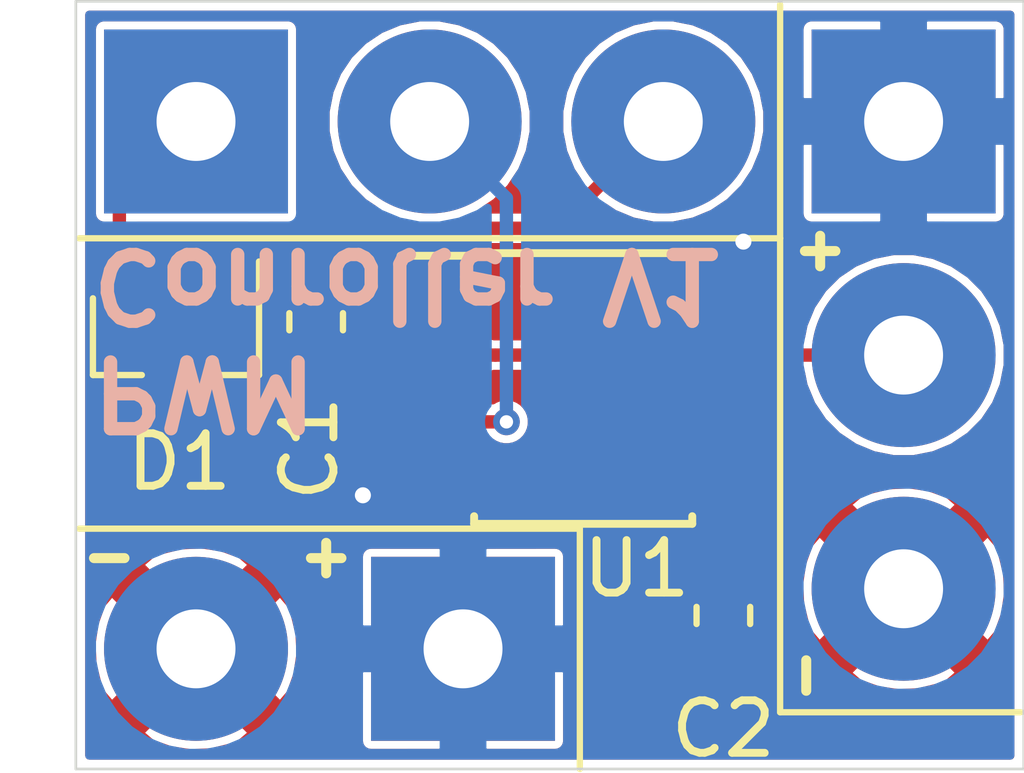
<source format=kicad_pcb>
(kicad_pcb (version 20171130) (host pcbnew "(5.1.0)-1")

  (general
    (thickness 1.6)
    (drawings 15)
    (tracks 30)
    (zones 0)
    (modules 7)
    (nets 9)
  )

  (page A4)
  (layers
    (0 F.Cu signal)
    (31 B.Cu signal)
    (32 B.Adhes user)
    (33 F.Adhes user)
    (34 B.Paste user)
    (35 F.Paste user)
    (36 B.SilkS user)
    (37 F.SilkS user)
    (38 B.Mask user)
    (39 F.Mask user)
    (40 Dwgs.User user)
    (41 Cmts.User user)
    (42 Eco1.User user)
    (43 Eco2.User user)
    (44 Edge.Cuts user)
    (45 Margin user)
    (46 B.CrtYd user)
    (47 F.CrtYd user)
    (48 B.Fab user)
    (49 F.Fab user)
  )

  (setup
    (last_trace_width 0.254)
    (user_trace_width 0.1524)
    (user_trace_width 0.254)
    (trace_clearance 0.1524)
    (zone_clearance 0.1524)
    (zone_45_only no)
    (trace_min 0.1524)
    (via_size 0.508)
    (via_drill 0.254)
    (via_min_size 0.508)
    (via_min_drill 0.254)
    (user_via 0.508 0.254)
    (user_via 0.762 0.3048)
    (uvia_size 0.3)
    (uvia_drill 0.1)
    (uvias_allowed no)
    (uvia_min_size 0.2)
    (uvia_min_drill 0.1)
    (edge_width 0.05)
    (segment_width 0.2)
    (pcb_text_width 0.3)
    (pcb_text_size 1.5 1.5)
    (mod_edge_width 0.12)
    (mod_text_size 1 1)
    (mod_text_width 0.15)
    (pad_size 1.524 1.524)
    (pad_drill 0.762)
    (pad_to_mask_clearance 0)
    (solder_mask_min_width 0.1524)
    (aux_axis_origin 0 0)
    (visible_elements FFFDFF7F)
    (pcbplotparams
      (layerselection 0x010fc_ffffffff)
      (usegerberextensions false)
      (usegerberattributes false)
      (usegerberadvancedattributes false)
      (creategerberjobfile false)
      (excludeedgelayer true)
      (linewidth 0.152400)
      (plotframeref false)
      (viasonmask false)
      (mode 1)
      (useauxorigin false)
      (hpglpennumber 1)
      (hpglpenspeed 20)
      (hpglpendiameter 15.000000)
      (psnegative false)
      (psa4output false)
      (plotreference true)
      (plotvalue true)
      (plotinvisibletext false)
      (padsonsilk false)
      (subtractmaskfromsilk false)
      (outputformat 1)
      (mirror false)
      (drillshape 1)
      (scaleselection 1)
      (outputdirectory ""))
  )

  (net 0 "")
  (net 1 GND)
  (net 2 "Net-(C1-Pad1)")
  (net 3 "Net-(C2-Pad1)")
  (net 4 "Net-(D1-Pad2)")
  (net 5 "Net-(D1-Pad1)")
  (net 6 Out)
  (net 7 +12V)
  (net 8 "Net-(POT1-Pad2)")

  (net_class Default "This is the default net class."
    (clearance 0.1524)
    (trace_width 0.1524)
    (via_dia 0.508)
    (via_drill 0.254)
    (uvia_dia 0.3)
    (uvia_drill 0.1)
    (add_net "Net-(C1-Pad1)")
    (add_net "Net-(C2-Pad1)")
    (add_net "Net-(D1-Pad1)")
    (add_net "Net-(D1-Pad2)")
    (add_net "Net-(POT1-Pad2)")
    (add_net Out)
  )

  (net_class Pwr ""
    (clearance 0.1524)
    (trace_width 0.254)
    (via_dia 0.762)
    (via_drill 0.3048)
    (uvia_dia 0.3)
    (uvia_drill 0.1)
    (add_net +12V)
    (add_net GND)
  )

  (module Connector_Wire:SolderWirePad_1x03_P4.445mm_Drill1.5mm (layer F.Cu) (tedit 5AEE5F77) (tstamp 5D968BE9)
    (at 143.51 45.847)
    (descr "Wire solder connection")
    (tags connector)
    (path /5D954C46)
    (attr virtual)
    (fp_text reference POT1 (at 4.445 -3.81) (layer F.SilkS) hide
      (effects (font (size 1 1) (thickness 0.15)))
    )
    (fp_text value 5K (at 4.445 3.81) (layer F.Fab)
      (effects (font (size 1 1) (thickness 0.15)))
    )
    (fp_line (start 11.13 2.25) (end -2.25 2.25) (layer F.CrtYd) (width 0.05))
    (fp_line (start 11.13 2.25) (end 11.13 -2.25) (layer F.CrtYd) (width 0.05))
    (fp_line (start -2.25 -2.25) (end -2.25 2.25) (layer F.CrtYd) (width 0.05))
    (fp_line (start -2.25 -2.25) (end 11.13 -2.25) (layer F.CrtYd) (width 0.05))
    (fp_text user %R (at 4.445 0) (layer F.Fab)
      (effects (font (size 1 1) (thickness 0.15)))
    )
    (pad 3 thru_hole circle (at 8.89 0) (size 3.50012 3.50012) (drill 1.50114) (layers *.Cu *.Mask)
      (net 5 "Net-(D1-Pad1)"))
    (pad 2 thru_hole circle (at 4.445 0) (size 3.50012 3.50012) (drill 1.50114) (layers *.Cu *.Mask)
      (net 8 "Net-(POT1-Pad2)"))
    (pad 1 thru_hole rect (at 0 0) (size 3.50012 3.50012) (drill 1.50114) (layers *.Cu *.Mask)
      (net 4 "Net-(D1-Pad2)"))
  )

  (module Connector_Wire:SolderWirePad_1x02_P5.08mm_Drill1.5mm (layer F.Cu) (tedit 5AEE5F19) (tstamp 5D968BD3)
    (at 148.59 55.88 180)
    (descr "Wire solder connection")
    (tags connector)
    (path /5D96206B)
    (attr virtual)
    (fp_text reference J2 (at 2.54 -3.81 180) (layer F.SilkS) hide
      (effects (font (size 1 1) (thickness 0.15)))
    )
    (fp_text value Conn_01x02 (at 2.54 3.81 180) (layer F.Fab)
      (effects (font (size 1 1) (thickness 0.15)))
    )
    (fp_line (start 7.33 2.25) (end -2.25 2.25) (layer F.CrtYd) (width 0.05))
    (fp_line (start 7.33 2.25) (end 7.33 -2.25) (layer F.CrtYd) (width 0.05))
    (fp_line (start -2.25 -2.25) (end -2.25 2.25) (layer F.CrtYd) (width 0.05))
    (fp_line (start -2.25 -2.25) (end 7.33 -2.25) (layer F.CrtYd) (width 0.05))
    (fp_text user %R (at 2.54 0 180) (layer F.Fab)
      (effects (font (size 1 1) (thickness 0.15)))
    )
    (pad 2 thru_hole circle (at 5.08 0 180) (size 3.50012 3.50012) (drill 1.50114) (layers *.Cu *.Mask)
      (net 1 GND))
    (pad 1 thru_hole rect (at 0 0 180) (size 3.50012 3.50012) (drill 1.50114) (layers *.Cu *.Mask)
      (net 7 +12V))
  )

  (module Connector_Wire:SolderWirePad_1x03_P4.445mm_Drill1.5mm (layer F.Cu) (tedit 5AEE5F77) (tstamp 5D968EDE)
    (at 156.972 45.847 270)
    (descr "Wire solder connection")
    (tags connector)
    (path /5D960306)
    (attr virtual)
    (fp_text reference J1 (at 4.445 -3.81 270) (layer F.SilkS) hide
      (effects (font (size 1 1) (thickness 0.15)))
    )
    (fp_text value Conn_01x03 (at 4.445 3.81 270) (layer F.Fab)
      (effects (font (size 1 1) (thickness 0.15)))
    )
    (fp_line (start 11.13 2.25) (end -2.25 2.25) (layer F.CrtYd) (width 0.05))
    (fp_line (start 11.13 2.25) (end 11.13 -2.25) (layer F.CrtYd) (width 0.05))
    (fp_line (start -2.25 -2.25) (end -2.25 2.25) (layer F.CrtYd) (width 0.05))
    (fp_line (start -2.25 -2.25) (end 11.13 -2.25) (layer F.CrtYd) (width 0.05))
    (fp_text user %R (at 4.445 0 270) (layer F.Fab)
      (effects (font (size 1 1) (thickness 0.15)))
    )
    (pad 3 thru_hole circle (at 8.89 0 270) (size 3.50012 3.50012) (drill 1.50114) (layers *.Cu *.Mask)
      (net 1 GND))
    (pad 2 thru_hole circle (at 4.445 0 270) (size 3.50012 3.50012) (drill 1.50114) (layers *.Cu *.Mask)
      (net 6 Out))
    (pad 1 thru_hole rect (at 0 0 270) (size 3.50012 3.50012) (drill 1.50114) (layers *.Cu *.Mask)
      (net 7 +12V))
  )

  (module Package_SO:SOIC-8_3.9x4.9mm_P1.27mm (layer F.Cu) (tedit 5A02F2D3) (tstamp 5D9690A8)
    (at 150.876 50.927)
    (descr "8-Lead Plastic Small Outline (SN) - Narrow, 3.90 mm Body [SOIC] (see Microchip Packaging Specification http://ww1.microchip.com/downloads/en/PackagingSpec/00000049BQ.pdf)")
    (tags "SOIC 1.27")
    (path /5D94EC4A)
    (attr smd)
    (fp_text reference U1 (at 1.016 3.429 180) (layer F.SilkS)
      (effects (font (size 1 1) (thickness 0.15)))
    )
    (fp_text value NE555 (at 0 3.5) (layer F.Fab)
      (effects (font (size 1 1) (thickness 0.15)))
    )
    (fp_line (start -2.075 -2.525) (end -3.475 -2.525) (layer F.SilkS) (width 0.15))
    (fp_line (start -2.075 2.575) (end 2.075 2.575) (layer F.SilkS) (width 0.15))
    (fp_line (start -2.075 -2.575) (end 2.075 -2.575) (layer F.SilkS) (width 0.15))
    (fp_line (start -2.075 2.575) (end -2.075 2.43) (layer F.SilkS) (width 0.15))
    (fp_line (start 2.075 2.575) (end 2.075 2.43) (layer F.SilkS) (width 0.15))
    (fp_line (start 2.075 -2.575) (end 2.075 -2.43) (layer F.SilkS) (width 0.15))
    (fp_line (start -2.075 -2.575) (end -2.075 -2.525) (layer F.SilkS) (width 0.15))
    (fp_line (start -3.73 2.7) (end 3.73 2.7) (layer F.CrtYd) (width 0.05))
    (fp_line (start -3.73 -2.7) (end 3.73 -2.7) (layer F.CrtYd) (width 0.05))
    (fp_line (start 3.73 -2.7) (end 3.73 2.7) (layer F.CrtYd) (width 0.05))
    (fp_line (start -3.73 -2.7) (end -3.73 2.7) (layer F.CrtYd) (width 0.05))
    (fp_line (start -1.95 -1.45) (end -0.95 -2.45) (layer F.Fab) (width 0.1))
    (fp_line (start -1.95 2.45) (end -1.95 -1.45) (layer F.Fab) (width 0.1))
    (fp_line (start 1.95 2.45) (end -1.95 2.45) (layer F.Fab) (width 0.1))
    (fp_line (start 1.95 -2.45) (end 1.95 2.45) (layer F.Fab) (width 0.1))
    (fp_line (start -0.95 -2.45) (end 1.95 -2.45) (layer F.Fab) (width 0.1))
    (fp_text user %R (at 0 0) (layer F.Fab)
      (effects (font (size 1 1) (thickness 0.15)))
    )
    (pad 8 smd rect (at 2.7 -1.905) (size 1.55 0.6) (layers F.Cu F.Paste F.Mask)
      (net 7 +12V))
    (pad 7 smd rect (at 2.7 -0.635) (size 1.55 0.6) (layers F.Cu F.Paste F.Mask)
      (net 6 Out))
    (pad 6 smd rect (at 2.7 0.635) (size 1.55 0.6) (layers F.Cu F.Paste F.Mask)
      (net 2 "Net-(C1-Pad1)"))
    (pad 5 smd rect (at 2.7 1.905) (size 1.55 0.6) (layers F.Cu F.Paste F.Mask)
      (net 3 "Net-(C2-Pad1)"))
    (pad 4 smd rect (at -2.7 1.905) (size 1.55 0.6) (layers F.Cu F.Paste F.Mask)
      (net 7 +12V))
    (pad 3 smd rect (at -2.7 0.635) (size 1.55 0.6) (layers F.Cu F.Paste F.Mask)
      (net 8 "Net-(POT1-Pad2)"))
    (pad 2 smd rect (at -2.7 -0.635) (size 1.55 0.6) (layers F.Cu F.Paste F.Mask)
      (net 2 "Net-(C1-Pad1)"))
    (pad 1 smd rect (at -2.7 -1.905) (size 1.55 0.6) (layers F.Cu F.Paste F.Mask)
      (net 1 GND))
    (model ${KISYS3DMOD}/Package_SO.3dshapes/SOIC-8_3.9x4.9mm_P1.27mm.wrl
      (at (xyz 0 0 0))
      (scale (xyz 1 1 1))
      (rotate (xyz 0 0 0))
    )
  )

  (module Package_TO_SOT_SMD:SOT-23 (layer F.Cu) (tedit 5A02FF57) (tstamp 5D968B93)
    (at 143.129 49.911 270)
    (descr "SOT-23, Standard")
    (tags SOT-23)
    (path /5D951E55)
    (attr smd)
    (fp_text reference D1 (at 2.413 -0.0635) (layer F.SilkS)
      (effects (font (size 1 1) (thickness 0.15)))
    )
    (fp_text value MMBD7000LT1G (at 0 2.5 270) (layer F.Fab)
      (effects (font (size 1 1) (thickness 0.15)))
    )
    (fp_line (start 0.76 1.58) (end -0.7 1.58) (layer F.SilkS) (width 0.12))
    (fp_line (start 0.76 -1.58) (end -1.4 -1.58) (layer F.SilkS) (width 0.12))
    (fp_line (start -1.7 1.75) (end -1.7 -1.75) (layer F.CrtYd) (width 0.05))
    (fp_line (start 1.7 1.75) (end -1.7 1.75) (layer F.CrtYd) (width 0.05))
    (fp_line (start 1.7 -1.75) (end 1.7 1.75) (layer F.CrtYd) (width 0.05))
    (fp_line (start -1.7 -1.75) (end 1.7 -1.75) (layer F.CrtYd) (width 0.05))
    (fp_line (start 0.76 -1.58) (end 0.76 -0.65) (layer F.SilkS) (width 0.12))
    (fp_line (start 0.76 1.58) (end 0.76 0.65) (layer F.SilkS) (width 0.12))
    (fp_line (start -0.7 1.52) (end 0.7 1.52) (layer F.Fab) (width 0.1))
    (fp_line (start 0.7 -1.52) (end 0.7 1.52) (layer F.Fab) (width 0.1))
    (fp_line (start -0.7 -0.95) (end -0.15 -1.52) (layer F.Fab) (width 0.1))
    (fp_line (start -0.15 -1.52) (end 0.7 -1.52) (layer F.Fab) (width 0.1))
    (fp_line (start -0.7 -0.95) (end -0.7 1.5) (layer F.Fab) (width 0.1))
    (fp_text user %R (at 0 0) (layer F.Fab)
      (effects (font (size 0.5 0.5) (thickness 0.075)))
    )
    (pad 3 smd rect (at 1 0 270) (size 0.9 0.8) (layers F.Cu F.Paste F.Mask)
      (net 2 "Net-(C1-Pad1)"))
    (pad 2 smd rect (at -1 0.95 270) (size 0.9 0.8) (layers F.Cu F.Paste F.Mask)
      (net 4 "Net-(D1-Pad2)"))
    (pad 1 smd rect (at -1 -0.95 270) (size 0.9 0.8) (layers F.Cu F.Paste F.Mask)
      (net 5 "Net-(D1-Pad1)"))
    (model ${KISYS3DMOD}/Package_TO_SOT_SMD.3dshapes/SOT-23.wrl
      (at (xyz 0 0 0))
      (scale (xyz 1 1 1))
      (rotate (xyz 0 0 0))
    )
  )

  (module Capacitor_SMD:C_0603_1608Metric (layer F.Cu) (tedit 5B301BBE) (tstamp 5D968B7E)
    (at 153.543 55.245 270)
    (descr "Capacitor SMD 0603 (1608 Metric), square (rectangular) end terminal, IPC_7351 nominal, (Body size source: http://www.tortai-tech.com/upload/download/2011102023233369053.pdf), generated with kicad-footprint-generator")
    (tags capacitor)
    (path /5D94C8D4)
    (attr smd)
    (fp_text reference C2 (at 2.159 0) (layer F.SilkS)
      (effects (font (size 1 1) (thickness 0.15)))
    )
    (fp_text value 1uF (at 0 1.43 270) (layer F.Fab)
      (effects (font (size 1 1) (thickness 0.15)))
    )
    (fp_text user %R (at 0 0 270) (layer F.Fab)
      (effects (font (size 0.4 0.4) (thickness 0.06)))
    )
    (fp_line (start 1.48 0.73) (end -1.48 0.73) (layer F.CrtYd) (width 0.05))
    (fp_line (start 1.48 -0.73) (end 1.48 0.73) (layer F.CrtYd) (width 0.05))
    (fp_line (start -1.48 -0.73) (end 1.48 -0.73) (layer F.CrtYd) (width 0.05))
    (fp_line (start -1.48 0.73) (end -1.48 -0.73) (layer F.CrtYd) (width 0.05))
    (fp_line (start -0.162779 0.51) (end 0.162779 0.51) (layer F.SilkS) (width 0.12))
    (fp_line (start -0.162779 -0.51) (end 0.162779 -0.51) (layer F.SilkS) (width 0.12))
    (fp_line (start 0.8 0.4) (end -0.8 0.4) (layer F.Fab) (width 0.1))
    (fp_line (start 0.8 -0.4) (end 0.8 0.4) (layer F.Fab) (width 0.1))
    (fp_line (start -0.8 -0.4) (end 0.8 -0.4) (layer F.Fab) (width 0.1))
    (fp_line (start -0.8 0.4) (end -0.8 -0.4) (layer F.Fab) (width 0.1))
    (pad 2 smd roundrect (at 0.7875 0 270) (size 0.875 0.95) (layers F.Cu F.Paste F.Mask) (roundrect_rratio 0.25)
      (net 1 GND))
    (pad 1 smd roundrect (at -0.7875 0 270) (size 0.875 0.95) (layers F.Cu F.Paste F.Mask) (roundrect_rratio 0.25)
      (net 3 "Net-(C2-Pad1)"))
    (model ${KISYS3DMOD}/Capacitor_SMD.3dshapes/C_0603_1608Metric.wrl
      (at (xyz 0 0 0))
      (scale (xyz 1 1 1))
      (rotate (xyz 0 0 0))
    )
  )

  (module Capacitor_SMD:C_0603_1608Metric (layer F.Cu) (tedit 5B301BBE) (tstamp 5D968B6D)
    (at 145.796 49.657 90)
    (descr "Capacitor SMD 0603 (1608 Metric), square (rectangular) end terminal, IPC_7351 nominal, (Body size source: http://www.tortai-tech.com/upload/download/2011102023233369053.pdf), generated with kicad-footprint-generator")
    (tags capacitor)
    (path /5D94CEAE)
    (attr smd)
    (fp_text reference C1 (at -2.413 -0.127 90) (layer F.SilkS)
      (effects (font (size 1 1) (thickness 0.15)))
    )
    (fp_text value 1uF (at 0 1.43 90) (layer F.Fab)
      (effects (font (size 1 1) (thickness 0.15)))
    )
    (fp_text user %R (at 0 0 90) (layer F.Fab)
      (effects (font (size 0.4 0.4) (thickness 0.06)))
    )
    (fp_line (start 1.48 0.73) (end -1.48 0.73) (layer F.CrtYd) (width 0.05))
    (fp_line (start 1.48 -0.73) (end 1.48 0.73) (layer F.CrtYd) (width 0.05))
    (fp_line (start -1.48 -0.73) (end 1.48 -0.73) (layer F.CrtYd) (width 0.05))
    (fp_line (start -1.48 0.73) (end -1.48 -0.73) (layer F.CrtYd) (width 0.05))
    (fp_line (start -0.162779 0.51) (end 0.162779 0.51) (layer F.SilkS) (width 0.12))
    (fp_line (start -0.162779 -0.51) (end 0.162779 -0.51) (layer F.SilkS) (width 0.12))
    (fp_line (start 0.8 0.4) (end -0.8 0.4) (layer F.Fab) (width 0.1))
    (fp_line (start 0.8 -0.4) (end 0.8 0.4) (layer F.Fab) (width 0.1))
    (fp_line (start -0.8 -0.4) (end 0.8 -0.4) (layer F.Fab) (width 0.1))
    (fp_line (start -0.8 0.4) (end -0.8 -0.4) (layer F.Fab) (width 0.1))
    (pad 2 smd roundrect (at 0.7875 0 90) (size 0.875 0.95) (layers F.Cu F.Paste F.Mask) (roundrect_rratio 0.25)
      (net 1 GND))
    (pad 1 smd roundrect (at -0.7875 0 90) (size 0.875 0.95) (layers F.Cu F.Paste F.Mask) (roundrect_rratio 0.25)
      (net 2 "Net-(C1-Pad1)"))
    (model ${KISYS3DMOD}/Capacitor_SMD.3dshapes/C_0603_1608Metric.wrl
      (at (xyz 0 0 0))
      (scale (xyz 1 1 1))
      (rotate (xyz 0 0 0))
    )
  )

  (gr_line (start 150.8125 53.594) (end 150.8125 58.166) (layer F.SilkS) (width 0.12))
  (gr_line (start 141.2875 53.594) (end 150.8125 53.594) (layer F.SilkS) (width 0.12))
  (gr_line (start 154.6225 57.0865) (end 159.1945 57.0865) (layer F.SilkS) (width 0.12))
  (gr_line (start 154.6225 48.0695) (end 154.6225 57.0865) (layer F.SilkS) (width 0.12))
  (gr_line (start 154.6225 48.0695) (end 154.6225 43.6245) (layer F.SilkS) (width 0.12))
  (gr_line (start 141.2875 48.0695) (end 154.6225 48.0695) (layer F.SilkS) (width 0.12))
  (gr_text "PWM \nConroller V1" (at 141.4145 49.9745 180) (layer B.SilkS)
    (effects (font (size 1.27 1.27) (thickness 0.254)) (justify left mirror))
  )
  (gr_text + (at 155.3845 48.26) (layer F.SilkS) (tstamp 5D9694C8)
    (effects (font (size 0.762 0.762) (thickness 0.1905)))
  )
  (gr_text - (at 155.067 56.388 90) (layer F.SilkS) (tstamp 5D9694BA)
    (effects (font (size 0.762 0.762) (thickness 0.1905)))
  )
  (gr_text - (at 141.859 54.102) (layer F.SilkS) (tstamp 5D969495)
    (effects (font (size 0.762 0.762) (thickness 0.1905)))
  )
  (gr_text + (at 145.9865 54.102) (layer F.SilkS)
    (effects (font (size 0.762 0.762) (thickness 0.1905)))
  )
  (gr_line (start 141.224 58.166) (end 141.224 43.561) (layer Edge.Cuts) (width 0.05))
  (gr_line (start 159.258 58.166) (end 141.224 58.166) (layer Edge.Cuts) (width 0.05))
  (gr_line (start 159.258 43.561) (end 159.258 58.166) (layer Edge.Cuts) (width 0.05))
  (gr_line (start 141.224 43.561) (end 159.258 43.561) (layer Edge.Cuts) (width 0.05))

  (segment (start 149.205 50.292) (end 148.176 50.292) (width 0.254) (layer F.Cu) (net 2))
  (segment (start 151.277 50.292) (end 149.205 50.292) (width 0.254) (layer F.Cu) (net 2))
  (segment (start 152.547 51.562) (end 151.277 50.292) (width 0.254) (layer F.Cu) (net 2))
  (segment (start 153.576 51.562) (end 152.547 51.562) (width 0.254) (layer F.Cu) (net 2))
  (segment (start 145.8215 50.292) (end 148.176 50.292) (width 0.254) (layer F.Cu) (net 2))
  (segment (start 145.669 50.4445) (end 145.8215 50.292) (width 0.254) (layer F.Cu) (net 2))
  (segment (start 145.5165 50.292) (end 145.669 50.4445) (width 0.254) (layer F.Cu) (net 2))
  (segment (start 144.78 50.292) (end 145.5165 50.292) (width 0.254) (layer F.Cu) (net 2))
  (segment (start 143.002 50.911) (end 144.161 50.911) (width 0.254) (layer F.Cu) (net 2))
  (segment (start 144.161 50.911) (end 144.78 50.292) (width 0.254) (layer F.Cu) (net 2))
  (segment (start 153.576 54.4245) (end 153.543 54.4575) (width 0.254) (layer F.Cu) (net 3))
  (segment (start 153.576 52.832) (end 153.576 54.4245) (width 0.254) (layer F.Cu) (net 3))
  (segment (start 142.052 47.305) (end 143.51 45.847) (width 0.254) (layer F.Cu) (net 4))
  (segment (start 142.052 48.911) (end 142.052 47.305) (width 0.254) (layer F.Cu) (net 4))
  (segment (start 150.649941 47.597059) (end 152.4 45.847) (width 0.254) (layer F.Cu) (net 5))
  (segment (start 150.368 47.879) (end 150.649941 47.597059) (width 0.254) (layer F.Cu) (net 5))
  (segment (start 144.934 47.879) (end 150.368 47.879) (width 0.254) (layer F.Cu) (net 5))
  (segment (start 143.952 48.911) (end 143.952 48.861) (width 0.254) (layer F.Cu) (net 5))
  (segment (start 143.952 48.861) (end 144.934 47.879) (width 0.254) (layer F.Cu) (net 5))
  (segment (start 153.576 50.292) (end 156.972 50.292) (width 0.254) (layer F.Cu) (net 6))
  (via (at 153.924 48.133) (size 0.762) (drill 0.3048) (layers F.Cu B.Cu) (net 7))
  (segment (start 153.576 49.022) (end 153.576 48.481) (width 0.254) (layer F.Cu) (net 7))
  (segment (start 153.576 48.481) (end 153.924 48.133) (width 0.254) (layer F.Cu) (net 7))
  (via (at 146.685 52.959) (size 0.762) (drill 0.3048) (layers F.Cu B.Cu) (net 7))
  (segment (start 148.176 52.832) (end 146.812 52.832) (width 0.254) (layer F.Cu) (net 7))
  (segment (start 146.812 52.832) (end 146.685 52.959) (width 0.254) (layer F.Cu) (net 7))
  (via (at 149.4155 51.562) (size 0.508) (drill 0.254) (layers F.Cu B.Cu) (net 8))
  (segment (start 148.176 51.562) (end 149.4155 51.562) (width 0.254) (layer F.Cu) (net 8))
  (segment (start 149.4155 47.3075) (end 147.955 45.847) (width 0.254) (layer B.Cu) (net 8))
  (segment (start 149.4155 51.562) (end 149.4155 47.3075) (width 0.254) (layer B.Cu) (net 8))

  (zone (net 1) (net_name GND) (layer F.Cu) (tstamp 0) (hatch edge 0.508)
    (connect_pads (clearance 0.1524))
    (min_thickness 0.1524)
    (fill yes (arc_segments 32) (thermal_gap 0.1524) (thermal_bridge_width 0.889))
    (polygon
      (pts
        (xy 141.224 43.561) (xy 159.258 43.561) (xy 159.258 58.166) (xy 141.224 58.166)
      )
    )
    (filled_polygon
      (pts
        (xy 159.004401 57.9124) (xy 141.4776 57.9124) (xy 141.4776 57.480845) (xy 142.43001 57.480845) (xy 142.659532 57.677158)
        (xy 143.026483 57.808544) (xy 143.412013 57.865817) (xy 143.80131 57.846776) (xy 144.179412 57.752154) (xy 144.360468 57.677158)
        (xy 144.58999 57.480845) (xy 143.51 56.400855) (xy 142.43001 57.480845) (xy 141.4776 57.480845) (xy 141.4776 55.782013)
        (xy 141.524183 55.782013) (xy 141.543224 56.17131) (xy 141.637846 56.549412) (xy 141.712842 56.730468) (xy 141.909155 56.95999)
        (xy 142.989145 55.88) (xy 144.030855 55.88) (xy 145.110845 56.95999) (xy 145.307158 56.730468) (xy 145.438544 56.363517)
        (xy 145.495817 55.977987) (xy 145.476776 55.58869) (xy 145.382154 55.210588) (xy 145.307158 55.029532) (xy 145.110845 54.80001)
        (xy 144.030855 55.88) (xy 142.989145 55.88) (xy 141.909155 54.80001) (xy 141.712842 55.029532) (xy 141.581456 55.396483)
        (xy 141.524183 55.782013) (xy 141.4776 55.782013) (xy 141.4776 54.279155) (xy 142.43001 54.279155) (xy 143.51 55.359145)
        (xy 144.58999 54.279155) (xy 144.415534 54.12994) (xy 146.610234 54.12994) (xy 146.610234 57.63006) (xy 146.614648 57.674873)
        (xy 146.627719 57.717965) (xy 146.648946 57.757678) (xy 146.677513 57.792487) (xy 146.712322 57.821054) (xy 146.752035 57.842281)
        (xy 146.795127 57.855352) (xy 146.83994 57.859766) (xy 150.34006 57.859766) (xy 150.384873 57.855352) (xy 150.427965 57.842281)
        (xy 150.467678 57.821054) (xy 150.502487 57.792487) (xy 150.531054 57.757678) (xy 150.552281 57.717965) (xy 150.565352 57.674873)
        (xy 150.569766 57.63006) (xy 150.569766 56.47) (xy 152.838294 56.47) (xy 152.842708 56.514813) (xy 152.855779 56.557905)
        (xy 152.877006 56.597618) (xy 152.905573 56.632427) (xy 152.940382 56.660994) (xy 152.980095 56.682221) (xy 153.023187 56.695292)
        (xy 153.068 56.699706) (xy 153.11755 56.6986) (xy 153.1747 56.64145) (xy 153.1747 56.3938) (xy 153.9113 56.3938)
        (xy 153.9113 56.64145) (xy 153.96845 56.6986) (xy 154.018 56.699706) (xy 154.062813 56.695292) (xy 154.105905 56.682221)
        (xy 154.145618 56.660994) (xy 154.180427 56.632427) (xy 154.208994 56.597618) (xy 154.230221 56.557905) (xy 154.243292 56.514813)
        (xy 154.247706 56.47) (xy 154.2466 56.45095) (xy 154.18945 56.3938) (xy 153.9113 56.3938) (xy 153.1747 56.3938)
        (xy 152.89655 56.3938) (xy 152.8394 56.45095) (xy 152.838294 56.47) (xy 150.569766 56.47) (xy 150.569766 56.337845)
        (xy 155.89201 56.337845) (xy 156.121532 56.534158) (xy 156.488483 56.665544) (xy 156.874013 56.722817) (xy 157.26331 56.703776)
        (xy 157.641412 56.609154) (xy 157.822468 56.534158) (xy 158.05199 56.337845) (xy 156.972 55.257855) (xy 155.89201 56.337845)
        (xy 150.569766 56.337845) (xy 150.569766 55.595) (xy 152.838294 55.595) (xy 152.8394 55.61405) (xy 152.89655 55.6712)
        (xy 153.1747 55.6712) (xy 153.1747 55.42355) (xy 153.9113 55.42355) (xy 153.9113 55.6712) (xy 154.18945 55.6712)
        (xy 154.2466 55.61405) (xy 154.247706 55.595) (xy 154.243292 55.550187) (xy 154.230221 55.507095) (xy 154.208994 55.467382)
        (xy 154.180427 55.432573) (xy 154.145618 55.404006) (xy 154.105905 55.382779) (xy 154.062813 55.369708) (xy 154.018 55.365294)
        (xy 153.96845 55.3664) (xy 153.9113 55.42355) (xy 153.1747 55.42355) (xy 153.11755 55.3664) (xy 153.068 55.365294)
        (xy 153.023187 55.369708) (xy 152.980095 55.382779) (xy 152.940382 55.404006) (xy 152.905573 55.432573) (xy 152.877006 55.467382)
        (xy 152.855779 55.507095) (xy 152.842708 55.550187) (xy 152.838294 55.595) (xy 150.569766 55.595) (xy 150.569766 54.12994)
        (xy 150.565352 54.085127) (xy 150.552281 54.042035) (xy 150.531054 54.002322) (xy 150.502487 53.967513) (xy 150.467678 53.938946)
        (xy 150.427965 53.917719) (xy 150.384873 53.904648) (xy 150.34006 53.900234) (xy 146.83994 53.900234) (xy 146.795127 53.904648)
        (xy 146.752035 53.917719) (xy 146.712322 53.938946) (xy 146.677513 53.967513) (xy 146.648946 54.002322) (xy 146.627719 54.042035)
        (xy 146.614648 54.085127) (xy 146.610234 54.12994) (xy 144.415534 54.12994) (xy 144.360468 54.082842) (xy 143.993517 53.951456)
        (xy 143.607987 53.894183) (xy 143.21869 53.913224) (xy 142.840588 54.007846) (xy 142.659532 54.082842) (xy 142.43001 54.279155)
        (xy 141.4776 54.279155) (xy 141.4776 52.89896) (xy 146.0754 52.89896) (xy 146.0754 53.01904) (xy 146.098826 53.136814)
        (xy 146.144779 53.247754) (xy 146.211492 53.347598) (xy 146.296402 53.432508) (xy 146.396246 53.499221) (xy 146.507186 53.545174)
        (xy 146.62496 53.5686) (xy 146.74504 53.5686) (xy 146.862814 53.545174) (xy 146.973754 53.499221) (xy 147.073598 53.432508)
        (xy 147.158508 53.347598) (xy 147.214023 53.264513) (xy 147.238573 53.294427) (xy 147.273382 53.322994) (xy 147.313095 53.344221)
        (xy 147.356187 53.357292) (xy 147.401 53.361706) (xy 148.951 53.361706) (xy 148.995813 53.357292) (xy 149.038905 53.344221)
        (xy 149.078618 53.322994) (xy 149.113427 53.294427) (xy 149.141994 53.259618) (xy 149.163221 53.219905) (xy 149.176292 53.176813)
        (xy 149.180706 53.132) (xy 149.180706 52.532) (xy 152.571294 52.532) (xy 152.571294 53.132) (xy 152.575708 53.176813)
        (xy 152.588779 53.219905) (xy 152.610006 53.259618) (xy 152.638573 53.294427) (xy 152.673382 53.322994) (xy 152.713095 53.344221)
        (xy 152.756187 53.357292) (xy 152.801 53.361706) (xy 153.2204 53.361706) (xy 153.220401 53.796829) (xy 153.199261 53.798911)
        (xy 153.115133 53.824431) (xy 153.037601 53.865872) (xy 152.969644 53.921644) (xy 152.913872 53.989601) (xy 152.872431 54.067133)
        (xy 152.846911 54.151261) (xy 152.838294 54.23875) (xy 152.838294 54.67625) (xy 152.846911 54.763739) (xy 152.872431 54.847867)
        (xy 152.913872 54.925399) (xy 152.969644 54.993356) (xy 153.037601 55.049128) (xy 153.115133 55.090569) (xy 153.199261 55.116089)
        (xy 153.28675 55.124706) (xy 153.79925 55.124706) (xy 153.886739 55.116089) (xy 153.970867 55.090569) (xy 154.048399 55.049128)
        (xy 154.116356 54.993356) (xy 154.172128 54.925399) (xy 154.213569 54.847867) (xy 154.239089 54.763739) (xy 154.247706 54.67625)
        (xy 154.247706 54.639013) (xy 154.986183 54.639013) (xy 155.005224 55.02831) (xy 155.099846 55.406412) (xy 155.174842 55.587468)
        (xy 155.371155 55.81699) (xy 156.451145 54.737) (xy 157.492855 54.737) (xy 158.572845 55.81699) (xy 158.769158 55.587468)
        (xy 158.900544 55.220517) (xy 158.957817 54.834987) (xy 158.938776 54.44569) (xy 158.844154 54.067588) (xy 158.769158 53.886532)
        (xy 158.572845 53.65701) (xy 157.492855 54.737) (xy 156.451145 54.737) (xy 155.371155 53.65701) (xy 155.174842 53.886532)
        (xy 155.043456 54.253483) (xy 154.986183 54.639013) (xy 154.247706 54.639013) (xy 154.247706 54.23875) (xy 154.239089 54.151261)
        (xy 154.213569 54.067133) (xy 154.172128 53.989601) (xy 154.116356 53.921644) (xy 154.048399 53.865872) (xy 153.970867 53.824431)
        (xy 153.9316 53.812519) (xy 153.9316 53.361706) (xy 154.351 53.361706) (xy 154.395813 53.357292) (xy 154.438905 53.344221)
        (xy 154.478618 53.322994) (xy 154.513427 53.294427) (xy 154.541994 53.259618) (xy 154.563221 53.219905) (xy 154.576292 53.176813)
        (xy 154.580296 53.136155) (xy 155.89201 53.136155) (xy 156.972 54.216145) (xy 158.05199 53.136155) (xy 157.822468 52.939842)
        (xy 157.455517 52.808456) (xy 157.069987 52.751183) (xy 156.68069 52.770224) (xy 156.302588 52.864846) (xy 156.121532 52.939842)
        (xy 155.89201 53.136155) (xy 154.580296 53.136155) (xy 154.580706 53.132) (xy 154.580706 52.532) (xy 154.576292 52.487187)
        (xy 154.563221 52.444095) (xy 154.541994 52.404382) (xy 154.513427 52.369573) (xy 154.478618 52.341006) (xy 154.438905 52.319779)
        (xy 154.395813 52.306708) (xy 154.351 52.302294) (xy 152.801 52.302294) (xy 152.756187 52.306708) (xy 152.713095 52.319779)
        (xy 152.673382 52.341006) (xy 152.638573 52.369573) (xy 152.610006 52.404382) (xy 152.588779 52.444095) (xy 152.575708 52.487187)
        (xy 152.571294 52.532) (xy 149.180706 52.532) (xy 149.176292 52.487187) (xy 149.163221 52.444095) (xy 149.141994 52.404382)
        (xy 149.113427 52.369573) (xy 149.078618 52.341006) (xy 149.038905 52.319779) (xy 148.995813 52.306708) (xy 148.951 52.302294)
        (xy 147.401 52.302294) (xy 147.356187 52.306708) (xy 147.313095 52.319779) (xy 147.273382 52.341006) (xy 147.238573 52.369573)
        (xy 147.210006 52.404382) (xy 147.188779 52.444095) (xy 147.17898 52.4764) (xy 147.059991 52.4764) (xy 146.973754 52.418779)
        (xy 146.862814 52.372826) (xy 146.74504 52.3494) (xy 146.62496 52.3494) (xy 146.507186 52.372826) (xy 146.396246 52.418779)
        (xy 146.296402 52.485492) (xy 146.211492 52.570402) (xy 146.144779 52.670246) (xy 146.098826 52.781186) (xy 146.0754 52.89896)
        (xy 141.4776 52.89896) (xy 141.4776 50.461) (xy 142.499294 50.461) (xy 142.499294 51.361) (xy 142.503708 51.405813)
        (xy 142.516779 51.448905) (xy 142.538006 51.488618) (xy 142.566573 51.523427) (xy 142.601382 51.551994) (xy 142.641095 51.573221)
        (xy 142.684187 51.586292) (xy 142.729 51.590706) (xy 143.529 51.590706) (xy 143.573813 51.586292) (xy 143.616905 51.573221)
        (xy 143.656618 51.551994) (xy 143.691427 51.523427) (xy 143.719994 51.488618) (xy 143.741221 51.448905) (xy 143.754292 51.405813)
        (xy 143.758706 51.361) (xy 143.758706 51.2666) (xy 144.143545 51.2666) (xy 144.161 51.268319) (xy 144.178455 51.2666)
        (xy 144.178463 51.2666) (xy 144.225166 51.262) (xy 147.171294 51.262) (xy 147.171294 51.862) (xy 147.175708 51.906813)
        (xy 147.188779 51.949905) (xy 147.210006 51.989618) (xy 147.238573 52.024427) (xy 147.273382 52.052994) (xy 147.313095 52.074221)
        (xy 147.356187 52.087292) (xy 147.401 52.091706) (xy 148.951 52.091706) (xy 148.995813 52.087292) (xy 149.038905 52.074221)
        (xy 149.078618 52.052994) (xy 149.113427 52.024427) (xy 149.141994 51.989618) (xy 149.15379 51.967549) (xy 149.186903 51.989674)
        (xy 149.274731 52.026054) (xy 149.367968 52.0446) (xy 149.463032 52.0446) (xy 149.556269 52.026054) (xy 149.644097 51.989674)
        (xy 149.72314 51.93686) (xy 149.79036 51.86964) (xy 149.843174 51.790597) (xy 149.879554 51.702769) (xy 149.8981 51.609532)
        (xy 149.8981 51.514468) (xy 149.879554 51.421231) (xy 149.843174 51.333403) (xy 149.79036 51.25436) (xy 149.72314 51.18714)
        (xy 149.644097 51.134326) (xy 149.556269 51.097946) (xy 149.463032 51.0794) (xy 149.367968 51.0794) (xy 149.274731 51.097946)
        (xy 149.186903 51.134326) (xy 149.15379 51.156451) (xy 149.141994 51.134382) (xy 149.113427 51.099573) (xy 149.078618 51.071006)
        (xy 149.038905 51.049779) (xy 148.995813 51.036708) (xy 148.951 51.032294) (xy 147.401 51.032294) (xy 147.356187 51.036708)
        (xy 147.313095 51.049779) (xy 147.273382 51.071006) (xy 147.238573 51.099573) (xy 147.210006 51.134382) (xy 147.188779 51.174095)
        (xy 147.175708 51.217187) (xy 147.171294 51.262) (xy 144.225166 51.262) (xy 144.23071 51.261454) (xy 144.29774 51.241121)
        (xy 144.359516 51.208101) (xy 144.413663 51.163663) (xy 144.424798 51.150095) (xy 144.927295 50.6476) (xy 145.091294 50.6476)
        (xy 145.091294 50.66325) (xy 145.099911 50.750739) (xy 145.125431 50.834867) (xy 145.166872 50.912399) (xy 145.222644 50.980356)
        (xy 145.290601 51.036128) (xy 145.368133 51.077569) (xy 145.452261 51.103089) (xy 145.53975 51.111706) (xy 146.05225 51.111706)
        (xy 146.139739 51.103089) (xy 146.223867 51.077569) (xy 146.301399 51.036128) (xy 146.369356 50.980356) (xy 146.425128 50.912399)
        (xy 146.466569 50.834867) (xy 146.492089 50.750739) (xy 146.500706 50.66325) (xy 146.500706 50.6476) (xy 147.17898 50.6476)
        (xy 147.188779 50.679905) (xy 147.210006 50.719618) (xy 147.238573 50.754427) (xy 147.273382 50.782994) (xy 147.313095 50.804221)
        (xy 147.356187 50.817292) (xy 147.401 50.821706) (xy 148.951 50.821706) (xy 148.995813 50.817292) (xy 149.038905 50.804221)
        (xy 149.078618 50.782994) (xy 149.113427 50.754427) (xy 149.141994 50.719618) (xy 149.163221 50.679905) (xy 149.17302 50.6476)
        (xy 151.129707 50.6476) (xy 152.28321 51.801105) (xy 152.294337 51.814663) (xy 152.307895 51.82579) (xy 152.3079 51.825795)
        (xy 152.342078 51.853844) (xy 152.348484 51.859101) (xy 152.41026 51.892121) (xy 152.47729 51.912454) (xy 152.529537 51.9176)
        (xy 152.529546 51.9176) (xy 152.546999 51.919319) (xy 152.564452 51.9176) (xy 152.57898 51.9176) (xy 152.588779 51.949905)
        (xy 152.610006 51.989618) (xy 152.638573 52.024427) (xy 152.673382 52.052994) (xy 152.713095 52.074221) (xy 152.756187 52.087292)
        (xy 152.801 52.091706) (xy 154.351 52.091706) (xy 154.395813 52.087292) (xy 154.438905 52.074221) (xy 154.478618 52.052994)
        (xy 154.513427 52.024427) (xy 154.541994 51.989618) (xy 154.563221 51.949905) (xy 154.576292 51.906813) (xy 154.580706 51.862)
        (xy 154.580706 51.262) (xy 154.576292 51.217187) (xy 154.563221 51.174095) (xy 154.541994 51.134382) (xy 154.513427 51.099573)
        (xy 154.478618 51.071006) (xy 154.438905 51.049779) (xy 154.395813 51.036708) (xy 154.351 51.032294) (xy 152.801 51.032294)
        (xy 152.756187 51.036708) (xy 152.713095 51.049779) (xy 152.673382 51.071006) (xy 152.638573 51.099573) (xy 152.615537 51.127642)
        (xy 151.540799 50.052906) (xy 151.529663 50.039337) (xy 151.475516 49.994899) (xy 151.470093 49.992) (xy 152.571294 49.992)
        (xy 152.571294 50.592) (xy 152.575708 50.636813) (xy 152.588779 50.679905) (xy 152.610006 50.719618) (xy 152.638573 50.754427)
        (xy 152.673382 50.782994) (xy 152.713095 50.804221) (xy 152.756187 50.817292) (xy 152.801 50.821706) (xy 154.351 50.821706)
        (xy 154.395813 50.817292) (xy 154.438905 50.804221) (xy 154.478618 50.782994) (xy 154.513427 50.754427) (xy 154.541994 50.719618)
        (xy 154.563221 50.679905) (xy 154.57302 50.6476) (xy 155.025309 50.6476) (xy 155.069379 50.869154) (xy 155.218534 51.229247)
        (xy 155.435074 51.553322) (xy 155.710678 51.828926) (xy 156.034753 52.045466) (xy 156.394846 52.194621) (xy 156.777119 52.27066)
        (xy 157.166881 52.27066) (xy 157.549154 52.194621) (xy 157.909247 52.045466) (xy 158.233322 51.828926) (xy 158.508926 51.553322)
        (xy 158.725466 51.229247) (xy 158.874621 50.869154) (xy 158.95066 50.486881) (xy 158.95066 50.097119) (xy 158.874621 49.714846)
        (xy 158.725466 49.354753) (xy 158.508926 49.030678) (xy 158.233322 48.755074) (xy 157.909247 48.538534) (xy 157.549154 48.389379)
        (xy 157.166881 48.31334) (xy 156.777119 48.31334) (xy 156.394846 48.389379) (xy 156.034753 48.538534) (xy 155.710678 48.755074)
        (xy 155.435074 49.030678) (xy 155.218534 49.354753) (xy 155.069379 49.714846) (xy 155.025309 49.9364) (xy 154.57302 49.9364)
        (xy 154.563221 49.904095) (xy 154.541994 49.864382) (xy 154.513427 49.829573) (xy 154.478618 49.801006) (xy 154.438905 49.779779)
        (xy 154.395813 49.766708) (xy 154.351 49.762294) (xy 152.801 49.762294) (xy 152.756187 49.766708) (xy 152.713095 49.779779)
        (xy 152.673382 49.801006) (xy 152.638573 49.829573) (xy 152.610006 49.864382) (xy 152.588779 49.904095) (xy 152.575708 49.947187)
        (xy 152.571294 49.992) (xy 151.470093 49.992) (xy 151.41374 49.961879) (xy 151.34671 49.941546) (xy 151.294463 49.9364)
        (xy 151.294455 49.9364) (xy 151.277 49.934681) (xy 151.259545 49.9364) (xy 149.17302 49.9364) (xy 149.163221 49.904095)
        (xy 149.141994 49.864382) (xy 149.113427 49.829573) (xy 149.078618 49.801006) (xy 149.038905 49.779779) (xy 148.995813 49.766708)
        (xy 148.951 49.762294) (xy 147.401 49.762294) (xy 147.356187 49.766708) (xy 147.313095 49.779779) (xy 147.273382 49.801006)
        (xy 147.238573 49.829573) (xy 147.210006 49.864382) (xy 147.188779 49.904095) (xy 147.17898 49.9364) (xy 146.392135 49.9364)
        (xy 146.369356 49.908644) (xy 146.301399 49.852872) (xy 146.223867 49.811431) (xy 146.139739 49.785911) (xy 146.05225 49.777294)
        (xy 145.53975 49.777294) (xy 145.452261 49.785911) (xy 145.368133 49.811431) (xy 145.290601 49.852872) (xy 145.222644 49.908644)
        (xy 145.199865 49.9364) (xy 144.797454 49.9364) (xy 144.779999 49.934681) (xy 144.762544 49.9364) (xy 144.762537 49.9364)
        (xy 144.717187 49.940867) (xy 144.710289 49.941546) (xy 144.681102 49.9504) (xy 144.64326 49.961879) (xy 144.581484 49.994899)
        (xy 144.581482 49.9949) (xy 144.581483 49.9949) (xy 144.5409 50.028205) (xy 144.540895 50.02821) (xy 144.527337 50.039337)
        (xy 144.51621 50.052895) (xy 144.013707 50.5554) (xy 143.758706 50.5554) (xy 143.758706 50.461) (xy 143.754292 50.416187)
        (xy 143.741221 50.373095) (xy 143.719994 50.333382) (xy 143.691427 50.298573) (xy 143.656618 50.270006) (xy 143.616905 50.248779)
        (xy 143.573813 50.235708) (xy 143.529 50.231294) (xy 142.729 50.231294) (xy 142.684187 50.235708) (xy 142.641095 50.248779)
        (xy 142.601382 50.270006) (xy 142.566573 50.298573) (xy 142.538006 50.333382) (xy 142.516779 50.373095) (xy 142.503708 50.416187)
        (xy 142.499294 50.461) (xy 141.4776 50.461) (xy 141.4776 44.09694) (xy 141.530234 44.09694) (xy 141.530234 47.59706)
        (xy 141.534648 47.641873) (xy 141.547719 47.684965) (xy 141.568946 47.724678) (xy 141.597513 47.759487) (xy 141.632322 47.788054)
        (xy 141.672035 47.809281) (xy 141.696401 47.816672) (xy 141.6964 48.24717) (xy 141.691095 48.248779) (xy 141.651382 48.270006)
        (xy 141.616573 48.298573) (xy 141.588006 48.333382) (xy 141.566779 48.373095) (xy 141.553708 48.416187) (xy 141.549294 48.461)
        (xy 141.549294 49.361) (xy 141.553708 49.405813) (xy 141.566779 49.448905) (xy 141.588006 49.488618) (xy 141.616573 49.523427)
        (xy 141.651382 49.551994) (xy 141.691095 49.573221) (xy 141.734187 49.586292) (xy 141.779 49.590706) (xy 142.579 49.590706)
        (xy 142.623813 49.586292) (xy 142.666905 49.573221) (xy 142.706618 49.551994) (xy 142.741427 49.523427) (xy 142.769994 49.488618)
        (xy 142.791221 49.448905) (xy 142.804292 49.405813) (xy 142.808706 49.361) (xy 142.808706 48.461) (xy 142.804292 48.416187)
        (xy 142.791221 48.373095) (xy 142.769994 48.333382) (xy 142.741427 48.298573) (xy 142.706618 48.270006) (xy 142.666905 48.248779)
        (xy 142.623813 48.235708) (xy 142.579 48.231294) (xy 142.4076 48.231294) (xy 142.4076 47.826766) (xy 144.48334 47.826766)
        (xy 144.078813 48.231294) (xy 143.679 48.231294) (xy 143.634187 48.235708) (xy 143.591095 48.248779) (xy 143.551382 48.270006)
        (xy 143.516573 48.298573) (xy 143.488006 48.333382) (xy 143.466779 48.373095) (xy 143.453708 48.416187) (xy 143.449294 48.461)
        (xy 143.449294 49.361) (xy 143.453708 49.405813) (xy 143.466779 49.448905) (xy 143.488006 49.488618) (xy 143.516573 49.523427)
        (xy 143.551382 49.551994) (xy 143.591095 49.573221) (xy 143.634187 49.586292) (xy 143.679 49.590706) (xy 144.479 49.590706)
        (xy 144.523813 49.586292) (xy 144.566905 49.573221) (xy 144.606618 49.551994) (xy 144.641427 49.523427) (xy 144.669994 49.488618)
        (xy 144.691221 49.448905) (xy 144.704292 49.405813) (xy 144.708706 49.361) (xy 144.708706 49.307) (xy 145.091294 49.307)
        (xy 145.095708 49.351813) (xy 145.108779 49.394905) (xy 145.130006 49.434618) (xy 145.158573 49.469427) (xy 145.193382 49.497994)
        (xy 145.233095 49.519221) (xy 145.276187 49.532292) (xy 145.321 49.536706) (xy 145.37055 49.5356) (xy 145.4277 49.47845)
        (xy 145.4277 49.2308) (xy 146.1643 49.2308) (xy 146.1643 49.47845) (xy 146.22145 49.5356) (xy 146.271 49.536706)
        (xy 146.315813 49.532292) (xy 146.358905 49.519221) (xy 146.398618 49.497994) (xy 146.433427 49.469427) (xy 146.461994 49.434618)
        (xy 146.483221 49.394905) (xy 146.496292 49.351813) (xy 146.499228 49.322) (xy 147.171294 49.322) (xy 147.175708 49.366813)
        (xy 147.188779 49.409905) (xy 147.210006 49.449618) (xy 147.238573 49.484427) (xy 147.273382 49.512994) (xy 147.313095 49.534221)
        (xy 147.356187 49.547292) (xy 147.401 49.551706) (xy 147.75055 49.5506) (xy 147.8077 49.49345) (xy 147.8077 49.2458)
        (xy 148.5443 49.2458) (xy 148.5443 49.49345) (xy 148.60145 49.5506) (xy 148.951 49.551706) (xy 148.995813 49.547292)
        (xy 149.038905 49.534221) (xy 149.078618 49.512994) (xy 149.113427 49.484427) (xy 149.141994 49.449618) (xy 149.163221 49.409905)
        (xy 149.176292 49.366813) (xy 149.180706 49.322) (xy 149.1796 49.30295) (xy 149.12245 49.2458) (xy 148.5443 49.2458)
        (xy 147.8077 49.2458) (xy 147.22955 49.2458) (xy 147.1724 49.30295) (xy 147.171294 49.322) (xy 146.499228 49.322)
        (xy 146.500706 49.307) (xy 146.4996 49.28795) (xy 146.44245 49.2308) (xy 146.1643 49.2308) (xy 145.4277 49.2308)
        (xy 145.14955 49.2308) (xy 145.0924 49.28795) (xy 145.091294 49.307) (xy 144.708706 49.307) (xy 144.708706 48.722)
        (xy 147.171294 48.722) (xy 147.1724 48.74105) (xy 147.22955 48.7982) (xy 147.8077 48.7982) (xy 147.8077 48.55055)
        (xy 148.5443 48.55055) (xy 148.5443 48.7982) (xy 149.12245 48.7982) (xy 149.1796 48.74105) (xy 149.180706 48.722)
        (xy 152.571294 48.722) (xy 152.571294 49.322) (xy 152.575708 49.366813) (xy 152.588779 49.409905) (xy 152.610006 49.449618)
        (xy 152.638573 49.484427) (xy 152.673382 49.512994) (xy 152.713095 49.534221) (xy 152.756187 49.547292) (xy 152.801 49.551706)
        (xy 154.351 49.551706) (xy 154.395813 49.547292) (xy 154.438905 49.534221) (xy 154.478618 49.512994) (xy 154.513427 49.484427)
        (xy 154.541994 49.449618) (xy 154.563221 49.409905) (xy 154.576292 49.366813) (xy 154.580706 49.322) (xy 154.580706 48.722)
        (xy 154.576292 48.677187) (xy 154.563221 48.634095) (xy 154.541994 48.594382) (xy 154.513427 48.559573) (xy 154.478618 48.531006)
        (xy 154.438905 48.509779) (xy 154.411051 48.50133) (xy 154.464221 48.421754) (xy 154.510174 48.310814) (xy 154.5336 48.19304)
        (xy 154.5336 48.07296) (xy 154.510174 47.955186) (xy 154.464221 47.844246) (xy 154.397508 47.744402) (xy 154.312598 47.659492)
        (xy 154.212754 47.592779) (xy 154.101814 47.546826) (xy 153.98404 47.5234) (xy 153.86396 47.5234) (xy 153.746186 47.546826)
        (xy 153.635246 47.592779) (xy 153.535402 47.659492) (xy 153.450492 47.744402) (xy 153.383779 47.844246) (xy 153.337826 47.955186)
        (xy 153.3144 48.07296) (xy 153.3144 48.19304) (xy 153.321795 48.230217) (xy 153.2789 48.282484) (xy 153.2703 48.298573)
        (xy 153.24588 48.344259) (xy 153.225546 48.41129) (xy 153.218681 48.481) (xy 153.219793 48.492294) (xy 152.801 48.492294)
        (xy 152.756187 48.496708) (xy 152.713095 48.509779) (xy 152.673382 48.531006) (xy 152.638573 48.559573) (xy 152.610006 48.594382)
        (xy 152.588779 48.634095) (xy 152.575708 48.677187) (xy 152.571294 48.722) (xy 149.180706 48.722) (xy 149.176292 48.677187)
        (xy 149.163221 48.634095) (xy 149.141994 48.594382) (xy 149.113427 48.559573) (xy 149.078618 48.531006) (xy 149.038905 48.509779)
        (xy 148.995813 48.496708) (xy 148.951 48.492294) (xy 148.60145 48.4934) (xy 148.5443 48.55055) (xy 147.8077 48.55055)
        (xy 147.75055 48.4934) (xy 147.401 48.492294) (xy 147.356187 48.496708) (xy 147.313095 48.509779) (xy 147.273382 48.531006)
        (xy 147.238573 48.559573) (xy 147.210006 48.594382) (xy 147.188779 48.634095) (xy 147.175708 48.677187) (xy 147.171294 48.722)
        (xy 144.708706 48.722) (xy 144.708706 48.607188) (xy 145.081294 48.2346) (xy 145.205367 48.2346) (xy 145.193382 48.241006)
        (xy 145.158573 48.269573) (xy 145.130006 48.304382) (xy 145.108779 48.344095) (xy 145.095708 48.387187) (xy 145.091294 48.432)
        (xy 145.0924 48.45105) (xy 145.14955 48.5082) (xy 145.4277 48.5082) (xy 145.4277 48.4812) (xy 146.1643 48.4812)
        (xy 146.1643 48.5082) (xy 146.44245 48.5082) (xy 146.4996 48.45105) (xy 146.500706 48.432) (xy 146.496292 48.387187)
        (xy 146.483221 48.344095) (xy 146.461994 48.304382) (xy 146.433427 48.269573) (xy 146.398618 48.241006) (xy 146.386633 48.2346)
        (xy 150.350545 48.2346) (xy 150.368 48.236319) (xy 150.385455 48.2346) (xy 150.385463 48.2346) (xy 150.43771 48.229454)
        (xy 150.50474 48.209121) (xy 150.566516 48.176101) (xy 150.620663 48.131663) (xy 150.631798 48.118095) (xy 150.913736 47.836158)
        (xy 150.91374 47.836153) (xy 151.274928 47.474965) (xy 151.462753 47.600466) (xy 151.822846 47.749621) (xy 152.205119 47.82566)
        (xy 152.594881 47.82566) (xy 152.977154 47.749621) (xy 153.337247 47.600466) (xy 153.661322 47.383926) (xy 153.936926 47.108322)
        (xy 154.153466 46.784247) (xy 154.302621 46.424154) (xy 154.37866 46.041881) (xy 154.37866 45.652119) (xy 154.302621 45.269846)
        (xy 154.153466 44.909753) (xy 153.936926 44.585678) (xy 153.661322 44.310074) (xy 153.342345 44.09694) (xy 154.992234 44.09694)
        (xy 154.992234 47.59706) (xy 154.996648 47.641873) (xy 155.009719 47.684965) (xy 155.030946 47.724678) (xy 155.059513 47.759487)
        (xy 155.094322 47.788054) (xy 155.134035 47.809281) (xy 155.177127 47.822352) (xy 155.22194 47.826766) (xy 158.72206 47.826766)
        (xy 158.766873 47.822352) (xy 158.809965 47.809281) (xy 158.849678 47.788054) (xy 158.884487 47.759487) (xy 158.913054 47.724678)
        (xy 158.934281 47.684965) (xy 158.947352 47.641873) (xy 158.951766 47.59706) (xy 158.951766 44.09694) (xy 158.947352 44.052127)
        (xy 158.934281 44.009035) (xy 158.913054 43.969322) (xy 158.884487 43.934513) (xy 158.849678 43.905946) (xy 158.809965 43.884719)
        (xy 158.766873 43.871648) (xy 158.72206 43.867234) (xy 155.22194 43.867234) (xy 155.177127 43.871648) (xy 155.134035 43.884719)
        (xy 155.094322 43.905946) (xy 155.059513 43.934513) (xy 155.030946 43.969322) (xy 155.009719 44.009035) (xy 154.996648 44.052127)
        (xy 154.992234 44.09694) (xy 153.342345 44.09694) (xy 153.337247 44.093534) (xy 152.977154 43.944379) (xy 152.594881 43.86834)
        (xy 152.205119 43.86834) (xy 151.822846 43.944379) (xy 151.462753 44.093534) (xy 151.138678 44.310074) (xy 150.863074 44.585678)
        (xy 150.646534 44.909753) (xy 150.497379 45.269846) (xy 150.42134 45.652119) (xy 150.42134 46.041881) (xy 150.497379 46.424154)
        (xy 150.646534 46.784247) (xy 150.772035 46.972072) (xy 150.410847 47.33326) (xy 150.410842 47.333264) (xy 150.220707 47.5234)
        (xy 149.007584 47.5234) (xy 149.216322 47.383926) (xy 149.491926 47.108322) (xy 149.708466 46.784247) (xy 149.857621 46.424154)
        (xy 149.93366 46.041881) (xy 149.93366 45.652119) (xy 149.857621 45.269846) (xy 149.708466 44.909753) (xy 149.491926 44.585678)
        (xy 149.216322 44.310074) (xy 148.892247 44.093534) (xy 148.532154 43.944379) (xy 148.149881 43.86834) (xy 147.760119 43.86834)
        (xy 147.377846 43.944379) (xy 147.017753 44.093534) (xy 146.693678 44.310074) (xy 146.418074 44.585678) (xy 146.201534 44.909753)
        (xy 146.052379 45.269846) (xy 145.97634 45.652119) (xy 145.97634 46.041881) (xy 146.052379 46.424154) (xy 146.201534 46.784247)
        (xy 146.418074 47.108322) (xy 146.693678 47.383926) (xy 146.902416 47.5234) (xy 145.489766 47.5234) (xy 145.489766 44.09694)
        (xy 145.485352 44.052127) (xy 145.472281 44.009035) (xy 145.451054 43.969322) (xy 145.422487 43.934513) (xy 145.387678 43.905946)
        (xy 145.347965 43.884719) (xy 145.304873 43.871648) (xy 145.26006 43.867234) (xy 141.75994 43.867234) (xy 141.715127 43.871648)
        (xy 141.672035 43.884719) (xy 141.632322 43.905946) (xy 141.597513 43.934513) (xy 141.568946 43.969322) (xy 141.547719 44.009035)
        (xy 141.534648 44.052127) (xy 141.530234 44.09694) (xy 141.4776 44.09694) (xy 141.4776 43.8146) (xy 159.0044 43.8146)
      )
    )
  )
  (zone (net 7) (net_name +12V) (layer B.Cu) (tstamp 0) (hatch edge 0.508)
    (connect_pads (clearance 0.1524))
    (min_thickness 0.1524)
    (fill yes (arc_segments 32) (thermal_gap 0.1524) (thermal_bridge_width 0.889))
    (polygon
      (pts
        (xy 141.224 43.561) (xy 159.258 43.561) (xy 159.258 58.166) (xy 141.224 58.166)
      )
    )
    (filled_polygon
      (pts
        (xy 159.004401 57.9124) (xy 141.4776 57.9124) (xy 141.4776 55.685119) (xy 141.53134 55.685119) (xy 141.53134 56.074881)
        (xy 141.607379 56.457154) (xy 141.756534 56.817247) (xy 141.973074 57.141322) (xy 142.248678 57.416926) (xy 142.572753 57.633466)
        (xy 142.932846 57.782621) (xy 143.315119 57.85866) (xy 143.704881 57.85866) (xy 144.087154 57.782621) (xy 144.447247 57.633466)
        (xy 144.452344 57.63006) (xy 146.610234 57.63006) (xy 146.614648 57.674873) (xy 146.627719 57.717965) (xy 146.648946 57.757678)
        (xy 146.677513 57.792487) (xy 146.712322 57.821054) (xy 146.752035 57.842281) (xy 146.795127 57.855352) (xy 146.83994 57.859766)
        (xy 148.16455 57.85866) (xy 148.2217 57.80151) (xy 148.2217 56.2483) (xy 148.9583 56.2483) (xy 148.9583 57.80151)
        (xy 149.01545 57.85866) (xy 150.34006 57.859766) (xy 150.384873 57.855352) (xy 150.427965 57.842281) (xy 150.467678 57.821054)
        (xy 150.502487 57.792487) (xy 150.531054 57.757678) (xy 150.552281 57.717965) (xy 150.565352 57.674873) (xy 150.569766 57.63006)
        (xy 150.56866 56.30545) (xy 150.51151 56.2483) (xy 148.9583 56.2483) (xy 148.2217 56.2483) (xy 146.66849 56.2483)
        (xy 146.61134 56.30545) (xy 146.610234 57.63006) (xy 144.452344 57.63006) (xy 144.771322 57.416926) (xy 145.046926 57.141322)
        (xy 145.263466 56.817247) (xy 145.412621 56.457154) (xy 145.48866 56.074881) (xy 145.48866 55.685119) (xy 145.412621 55.302846)
        (xy 145.263466 54.942753) (xy 145.046926 54.618678) (xy 144.771322 54.343074) (xy 144.452345 54.12994) (xy 146.610234 54.12994)
        (xy 146.61134 55.45455) (xy 146.66849 55.5117) (xy 148.2217 55.5117) (xy 148.2217 53.95849) (xy 148.9583 53.95849)
        (xy 148.9583 55.5117) (xy 150.51151 55.5117) (xy 150.56866 55.45455) (xy 150.569421 54.542119) (xy 154.99334 54.542119)
        (xy 154.99334 54.931881) (xy 155.069379 55.314154) (xy 155.218534 55.674247) (xy 155.435074 55.998322) (xy 155.710678 56.273926)
        (xy 156.034753 56.490466) (xy 156.394846 56.639621) (xy 156.777119 56.71566) (xy 157.166881 56.71566) (xy 157.549154 56.639621)
        (xy 157.909247 56.490466) (xy 158.233322 56.273926) (xy 158.508926 55.998322) (xy 158.725466 55.674247) (xy 158.874621 55.314154)
        (xy 158.95066 54.931881) (xy 158.95066 54.542119) (xy 158.874621 54.159846) (xy 158.725466 53.799753) (xy 158.508926 53.475678)
        (xy 158.233322 53.200074) (xy 157.909247 52.983534) (xy 157.549154 52.834379) (xy 157.166881 52.75834) (xy 156.777119 52.75834)
        (xy 156.394846 52.834379) (xy 156.034753 52.983534) (xy 155.710678 53.200074) (xy 155.435074 53.475678) (xy 155.218534 53.799753)
        (xy 155.069379 54.159846) (xy 154.99334 54.542119) (xy 150.569421 54.542119) (xy 150.569766 54.12994) (xy 150.565352 54.085127)
        (xy 150.552281 54.042035) (xy 150.531054 54.002322) (xy 150.502487 53.967513) (xy 150.467678 53.938946) (xy 150.427965 53.917719)
        (xy 150.384873 53.904648) (xy 150.34006 53.900234) (xy 149.01545 53.90134) (xy 148.9583 53.95849) (xy 148.2217 53.95849)
        (xy 148.16455 53.90134) (xy 146.83994 53.900234) (xy 146.795127 53.904648) (xy 146.752035 53.917719) (xy 146.712322 53.938946)
        (xy 146.677513 53.967513) (xy 146.648946 54.002322) (xy 146.627719 54.042035) (xy 146.614648 54.085127) (xy 146.610234 54.12994)
        (xy 144.452345 54.12994) (xy 144.447247 54.126534) (xy 144.087154 53.977379) (xy 143.704881 53.90134) (xy 143.315119 53.90134)
        (xy 142.932846 53.977379) (xy 142.572753 54.126534) (xy 142.248678 54.343074) (xy 141.973074 54.618678) (xy 141.756534 54.942753)
        (xy 141.607379 55.302846) (xy 141.53134 55.685119) (xy 141.4776 55.685119) (xy 141.4776 44.09694) (xy 141.530234 44.09694)
        (xy 141.530234 47.59706) (xy 141.534648 47.641873) (xy 141.547719 47.684965) (xy 141.568946 47.724678) (xy 141.597513 47.759487)
        (xy 141.632322 47.788054) (xy 141.672035 47.809281) (xy 141.715127 47.822352) (xy 141.75994 47.826766) (xy 145.26006 47.826766)
        (xy 145.304873 47.822352) (xy 145.347965 47.809281) (xy 145.387678 47.788054) (xy 145.422487 47.759487) (xy 145.451054 47.724678)
        (xy 145.472281 47.684965) (xy 145.485352 47.641873) (xy 145.489766 47.59706) (xy 145.489766 45.652119) (xy 145.97634 45.652119)
        (xy 145.97634 46.041881) (xy 146.052379 46.424154) (xy 146.201534 46.784247) (xy 146.418074 47.108322) (xy 146.693678 47.383926)
        (xy 147.017753 47.600466) (xy 147.377846 47.749621) (xy 147.760119 47.82566) (xy 148.149881 47.82566) (xy 148.532154 47.749621)
        (xy 148.892247 47.600466) (xy 149.059901 47.488443) (xy 149.0599 51.2351) (xy 149.04064 51.25436) (xy 148.987826 51.333403)
        (xy 148.951446 51.421231) (xy 148.9329 51.514468) (xy 148.9329 51.609532) (xy 148.951446 51.702769) (xy 148.987826 51.790597)
        (xy 149.04064 51.86964) (xy 149.10786 51.93686) (xy 149.186903 51.989674) (xy 149.274731 52.026054) (xy 149.367968 52.0446)
        (xy 149.463032 52.0446) (xy 149.556269 52.026054) (xy 149.644097 51.989674) (xy 149.72314 51.93686) (xy 149.79036 51.86964)
        (xy 149.843174 51.790597) (xy 149.879554 51.702769) (xy 149.8981 51.609532) (xy 149.8981 51.514468) (xy 149.879554 51.421231)
        (xy 149.843174 51.333403) (xy 149.79036 51.25436) (xy 149.7711 51.2351) (xy 149.7711 50.097119) (xy 154.99334 50.097119)
        (xy 154.99334 50.486881) (xy 155.069379 50.869154) (xy 155.218534 51.229247) (xy 155.435074 51.553322) (xy 155.710678 51.828926)
        (xy 156.034753 52.045466) (xy 156.394846 52.194621) (xy 156.777119 52.27066) (xy 157.166881 52.27066) (xy 157.549154 52.194621)
        (xy 157.909247 52.045466) (xy 158.233322 51.828926) (xy 158.508926 51.553322) (xy 158.725466 51.229247) (xy 158.874621 50.869154)
        (xy 158.95066 50.486881) (xy 158.95066 50.097119) (xy 158.874621 49.714846) (xy 158.725466 49.354753) (xy 158.508926 49.030678)
        (xy 158.233322 48.755074) (xy 157.909247 48.538534) (xy 157.549154 48.389379) (xy 157.166881 48.31334) (xy 156.777119 48.31334)
        (xy 156.394846 48.389379) (xy 156.034753 48.538534) (xy 155.710678 48.755074) (xy 155.435074 49.030678) (xy 155.218534 49.354753)
        (xy 155.069379 49.714846) (xy 154.99334 50.097119) (xy 149.7711 50.097119) (xy 149.7711 47.324955) (xy 149.772819 47.3075)
        (xy 149.7711 47.290044) (xy 149.7711 47.290037) (xy 149.765954 47.23779) (xy 149.745621 47.17076) (xy 149.712601 47.108984)
        (xy 149.668163 47.054837) (xy 149.6546 47.043706) (xy 149.582966 46.972072) (xy 149.708466 46.784247) (xy 149.857621 46.424154)
        (xy 149.93366 46.041881) (xy 149.93366 45.652119) (xy 150.42134 45.652119) (xy 150.42134 46.041881) (xy 150.497379 46.424154)
        (xy 150.646534 46.784247) (xy 150.863074 47.108322) (xy 151.138678 47.383926) (xy 151.462753 47.600466) (xy 151.822846 47.749621)
        (xy 152.205119 47.82566) (xy 152.594881 47.82566) (xy 152.977154 47.749621) (xy 153.337247 47.600466) (xy 153.342344 47.59706)
        (xy 154.992234 47.59706) (xy 154.996648 47.641873) (xy 155.009719 47.684965) (xy 155.030946 47.724678) (xy 155.059513 47.759487)
        (xy 155.094322 47.788054) (xy 155.134035 47.809281) (xy 155.177127 47.822352) (xy 155.22194 47.826766) (xy 156.54655 47.82566)
        (xy 156.6037 47.76851) (xy 156.6037 46.2153) (xy 157.3403 46.2153) (xy 157.3403 47.76851) (xy 157.39745 47.82566)
        (xy 158.72206 47.826766) (xy 158.766873 47.822352) (xy 158.809965 47.809281) (xy 158.849678 47.788054) (xy 158.884487 47.759487)
        (xy 158.913054 47.724678) (xy 158.934281 47.684965) (xy 158.947352 47.641873) (xy 158.951766 47.59706) (xy 158.95066 46.27245)
        (xy 158.89351 46.2153) (xy 157.3403 46.2153) (xy 156.6037 46.2153) (xy 155.05049 46.2153) (xy 154.99334 46.27245)
        (xy 154.992234 47.59706) (xy 153.342344 47.59706) (xy 153.661322 47.383926) (xy 153.936926 47.108322) (xy 154.153466 46.784247)
        (xy 154.302621 46.424154) (xy 154.37866 46.041881) (xy 154.37866 45.652119) (xy 154.302621 45.269846) (xy 154.153466 44.909753)
        (xy 153.936926 44.585678) (xy 153.661322 44.310074) (xy 153.342345 44.09694) (xy 154.992234 44.09694) (xy 154.99334 45.42155)
        (xy 155.05049 45.4787) (xy 156.6037 45.4787) (xy 156.6037 43.92549) (xy 157.3403 43.92549) (xy 157.3403 45.4787)
        (xy 158.89351 45.4787) (xy 158.95066 45.42155) (xy 158.951766 44.09694) (xy 158.947352 44.052127) (xy 158.934281 44.009035)
        (xy 158.913054 43.969322) (xy 158.884487 43.934513) (xy 158.849678 43.905946) (xy 158.809965 43.884719) (xy 158.766873 43.871648)
        (xy 158.72206 43.867234) (xy 157.39745 43.86834) (xy 157.3403 43.92549) (xy 156.6037 43.92549) (xy 156.54655 43.86834)
        (xy 155.22194 43.867234) (xy 155.177127 43.871648) (xy 155.134035 43.884719) (xy 155.094322 43.905946) (xy 155.059513 43.934513)
        (xy 155.030946 43.969322) (xy 155.009719 44.009035) (xy 154.996648 44.052127) (xy 154.992234 44.09694) (xy 153.342345 44.09694)
        (xy 153.337247 44.093534) (xy 152.977154 43.944379) (xy 152.594881 43.86834) (xy 152.205119 43.86834) (xy 151.822846 43.944379)
        (xy 151.462753 44.093534) (xy 151.138678 44.310074) (xy 150.863074 44.585678) (xy 150.646534 44.909753) (xy 150.497379 45.269846)
        (xy 150.42134 45.652119) (xy 149.93366 45.652119) (xy 149.857621 45.269846) (xy 149.708466 44.909753) (xy 149.491926 44.585678)
        (xy 149.216322 44.310074) (xy 148.892247 44.093534) (xy 148.532154 43.944379) (xy 148.149881 43.86834) (xy 147.760119 43.86834)
        (xy 147.377846 43.944379) (xy 147.017753 44.093534) (xy 146.693678 44.310074) (xy 146.418074 44.585678) (xy 146.201534 44.909753)
        (xy 146.052379 45.269846) (xy 145.97634 45.652119) (xy 145.489766 45.652119) (xy 145.489766 44.09694) (xy 145.485352 44.052127)
        (xy 145.472281 44.009035) (xy 145.451054 43.969322) (xy 145.422487 43.934513) (xy 145.387678 43.905946) (xy 145.347965 43.884719)
        (xy 145.304873 43.871648) (xy 145.26006 43.867234) (xy 141.75994 43.867234) (xy 141.715127 43.871648) (xy 141.672035 43.884719)
        (xy 141.632322 43.905946) (xy 141.597513 43.934513) (xy 141.568946 43.969322) (xy 141.547719 44.009035) (xy 141.534648 44.052127)
        (xy 141.530234 44.09694) (xy 141.4776 44.09694) (xy 141.4776 43.8146) (xy 159.0044 43.8146)
      )
    )
  )
)

</source>
